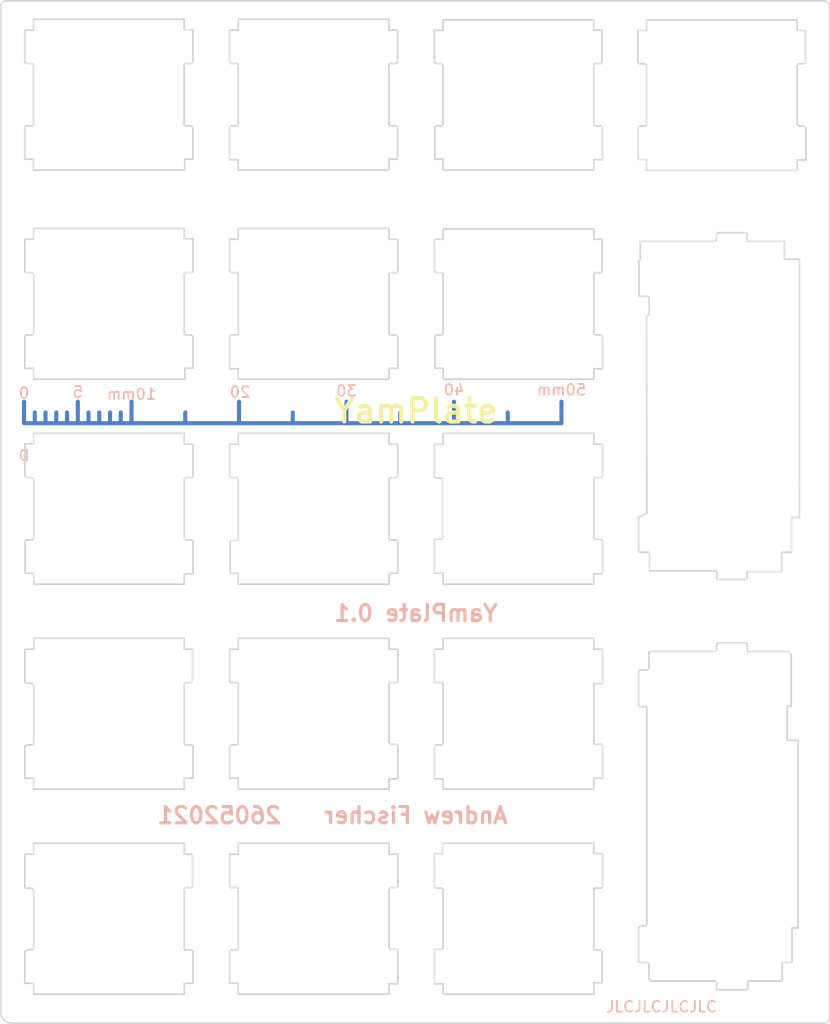
<source format=kicad_pcb>
(kicad_pcb (version 20171130) (host pcbnew "(5.1.9)-1")

  (general
    (thickness 1.6)
    (drawings 579)
    (tracks 0)
    (zones 0)
    (modules 1)
    (nets 1)
  )

  (page A4)
  (layers
    (0 Top signal)
    (31 Bottom signal)
    (32 B.Adhes user)
    (33 F.Adhes user)
    (34 B.Paste user)
    (35 F.Paste user)
    (36 B.SilkS user)
    (37 F.SilkS user)
    (38 B.Mask user hide)
    (39 F.Mask user hide)
    (40 Dwgs.User user hide)
    (41 Cmts.User user)
    (42 Eco1.User user hide)
    (43 Eco2.User user hide)
    (44 Edge.Cuts user)
    (45 Margin user hide)
    (46 B.CrtYd user hide)
    (47 F.CrtYd user hide)
    (48 B.Fab user hide)
    (49 F.Fab user hide)
  )

  (setup
    (last_trace_width 0.254)
    (user_trace_width 0.2032)
    (user_trace_width 0.254)
    (user_trace_width 0.3048)
    (user_trace_width 0.4064)
    (user_trace_width 0.508)
    (trace_clearance 0.2032)
    (zone_clearance 0.508)
    (zone_45_only no)
    (trace_min 0.254)
    (via_size 0.8)
    (via_drill 0.4)
    (via_min_size 0.4)
    (via_min_drill 0.3)
    (uvia_size 0.3)
    (uvia_drill 0.1)
    (uvias_allowed no)
    (uvia_min_size 0.2)
    (uvia_min_drill 0.1)
    (edge_width 0.15)
    (segment_width 0.2)
    (pcb_text_width 0.3)
    (pcb_text_size 1.5 1.5)
    (mod_edge_width 0.15)
    (mod_text_size 1 1)
    (mod_text_width 0.17)
    (pad_size 1.152 1.152)
    (pad_drill 1.152)
    (pad_to_mask_clearance 0)
    (aux_axis_origin 0 0)
    (visible_elements 7FFFF7FF)
    (pcbplotparams
      (layerselection 0x01030_ffffffff)
      (usegerberextensions true)
      (usegerberattributes false)
      (usegerberadvancedattributes false)
      (creategerberjobfile false)
      (excludeedgelayer true)
      (linewidth 0.150000)
      (plotframeref false)
      (viasonmask false)
      (mode 1)
      (useauxorigin false)
      (hpglpennumber 1)
      (hpglpenspeed 20)
      (hpglpendiameter 15.000000)
      (psnegative false)
      (psa4output false)
      (plotreference true)
      (plotvalue true)
      (plotinvisibletext false)
      (padsonsilk false)
      (subtractmaskfromsilk true)
      (outputformat 1)
      (mirror false)
      (drillshape 0)
      (scaleselection 1)
      (outputdirectory "./Gerbers"))
  )

  (net 0 "")

  (net_class Default "This is the default net class."
    (clearance 0.2032)
    (trace_width 0.254)
    (via_dia 0.8)
    (via_drill 0.4)
    (uvia_dia 0.3)
    (uvia_drill 0.1)
  )

  (module Calibration_Scale:Gauge_50mm_Type1_CopperTop (layer Bottom) (tedit 0) (tstamp 609A42FF)
    (at 101.219 97.155)
    (descr "Gauge, Massstab, 50mm, CopperTop, Type 1,")
    (tags "Gauge Massstab 50mm CopperTop Type 1")
    (attr virtual)
    (fp_text reference D (at 0 2.99974) (layer B.SilkS)
      (effects (font (size 1 1) (thickness 0.15)) (justify mirror))
    )
    (fp_text value R (at 24.00046 -6.4008) (layer B.Fab)
      (effects (font (size 1 1) (thickness 0.15)) (justify mirror))
    )
    (fp_line (start 9.99998 0) (end 49.9999 0) (layer Bottom) (width 0.381))
    (fp_line (start 49.9999 0) (end 49.9999 -1.99898) (layer Bottom) (width 0.381))
    (fp_line (start 45.00118 0) (end 45.00118 -1.00076) (layer Bottom) (width 0.381))
    (fp_line (start 39.99992 0) (end 39.99992 -1.99898) (layer Bottom) (width 0.381))
    (fp_line (start 35.0012 0) (end 35.0012 -1.00076) (layer Bottom) (width 0.381))
    (fp_line (start 29.99994 0) (end 29.99994 -1.99898) (layer Bottom) (width 0.381))
    (fp_line (start 25.00122 0) (end 25.00122 -1.00076) (layer Bottom) (width 0.381))
    (fp_line (start 19.99996 0) (end 19.99996 -1.99898) (layer Bottom) (width 0.381))
    (fp_line (start 15.00124 0) (end 15.00124 -1.00076) (layer Bottom) (width 0.381))
    (fp_line (start 8.99922 0) (end 8.99922 -1.00076) (layer Bottom) (width 0.381))
    (fp_line (start 8.001 0) (end 8.001 -1.00076) (layer Bottom) (width 0.381))
    (fp_line (start 7.00024 0) (end 7.00024 -1.00076) (layer Bottom) (width 0.381))
    (fp_line (start 5.99948 0) (end 5.99948 -1.00076) (layer Bottom) (width 0.381))
    (fp_line (start 4.0005 0) (end 4.0005 -1.00076) (layer Bottom) (width 0.381))
    (fp_line (start 2.99974 0) (end 2.99974 -1.00076) (layer Bottom) (width 0.381))
    (fp_line (start 1.99898 0) (end 1.99898 -1.00076) (layer Bottom) (width 0.381))
    (fp_line (start 1.00076 0) (end 1.00076 -1.00076) (layer Bottom) (width 0.381))
    (fp_line (start 5.00126 0) (end 5.00126 -1.99898) (layer Bottom) (width 0.381))
    (fp_line (start 0 0) (end 0 -1.99898) (layer Bottom) (width 0.381))
    (fp_line (start 0 0) (end 9.99998 0) (layer Bottom) (width 0.381))
    (fp_line (start 9.99998 0) (end 9.99998 -1.99898) (layer Bottom) (width 0.381))
    (fp_text user 10mm (at 9.99998 -2.70002) (layer B.SilkS)
      (effects (font (size 1 1) (thickness 0.1524)) (justify mirror))
    )
    (fp_text user 0 (at 0 -2.79908) (layer B.SilkS)
      (effects (font (size 1 1) (thickness 0.1524)) (justify mirror))
    )
    (fp_text user 5 (at 4.99872 -2.90068) (layer B.SilkS)
      (effects (font (size 1 1) (thickness 0.1524)) (justify mirror))
    )
    (fp_text user 20 (at 20.09902 -2.90068) (layer B.SilkS)
      (effects (font (size 1 1) (thickness 0.1524)) (justify mirror))
    )
    (fp_text user 30 (at 29.99994 -2.99974) (layer B.SilkS)
      (effects (font (size 1 1) (thickness 0.1524)) (justify mirror))
    )
    (fp_text user 40 (at 39.99992 -3.10134) (layer B.SilkS)
      (effects (font (size 1 1) (thickness 0.1524)) (justify mirror))
    )
    (fp_text user 50mm (at 49.9999 -3.10134) (layer B.SilkS)
      (effects (font (size 1 1) (thickness 0.1524)) (justify mirror))
    )
    (fp_text user %R (at 0 2.99974) (layer B.Fab) hide
      (effects (font (size 1 1) (thickness 0.1524)) (justify mirror))
    )
  )

  (gr_line (start 121.158 150.2156) (end 135.1788 150.2156) (layer Edge.Cuts) (width 0.15) (tstamp 60AEAC07))
  (gr_line (start 135.1788 150.2156) (end 135.1788 149.2504) (layer Edge.Cuts) (width 0.15) (tstamp 60AEABFB))
  (gr_line (start 135.1788 149.2504) (end 135.9916 149.2504) (layer Edge.Cuts) (width 0.15) (tstamp 60AEAC04))
  (gr_line (start 116.2304 140.3096) (end 116.7892 140.3096) (layer Edge.Cuts) (width 0.15) (tstamp 60AEABFE))
  (gr_line (start 116.9416 146.2024) (end 116.7892 146.1008) (layer Edge.Cuts) (width 0.15) (tstamp 60AEAC01))
  (gr_line (start 116.8908 140.208) (end 116.8908 137.2108) (layer Edge.Cuts) (width 0.15) (tstamp 60AEAB74))
  (gr_line (start 101.2952 140.208) (end 101.346 140.3604) (layer Edge.Cuts) (width 0.15) (tstamp 60AEAB5F))
  (gr_line (start 116.1288 145.9992) (end 116.1288 140.4112) (layer Edge.Cuts) (width 0.15) (tstamp 60AEAB77))
  (gr_line (start 116.8908 137.2108) (end 116.1288 137.2108) (layer Edge.Cuts) (width 0.15) (tstamp 60AEAB7D))
  (gr_line (start 102.0572 140.5128) (end 102.108 140.5636) (layer Edge.Cuts) (width 0.15) (tstamp 60AEAB7A))
  (gr_line (start 101.2952 146.2532) (end 101.2952 149.1996) (layer Edge.Cuts) (width 0.15) (tstamp 60AEAB65))
  (gr_line (start 116.1288 150.2156) (end 116.1288 149.1996) (layer Edge.Cuts) (width 0.15) (tstamp 60AEAB62))
  (gr_line (start 101.346 140.3604) (end 101.9556 140.3604) (layer Edge.Cuts) (width 0.15) (tstamp 60AEAB68))
  (gr_line (start 116.1288 140.4112) (end 116.2304 140.3096) (layer Edge.Cuts) (width 0.15) (tstamp 60AEAB6B))
  (gr_line (start 101.9556 140.3604) (end 102.0572 140.5128) (layer Edge.Cuts) (width 0.15) (tstamp 60AEAB6E))
  (gr_line (start 101.2952 149.1996) (end 102.108 149.1996) (layer Edge.Cuts) (width 0.15) (tstamp 60AEAB71))
  (gr_line (start 102.0064 146.1008) (end 101.4476 146.1008) (layer Edge.Cuts) (width 0.15) (tstamp 60AEABB9))
  (gr_line (start 102.108 149.1996) (end 102.108 150.2156) (layer Edge.Cuts) (width 0.15) (tstamp 60AEABBC))
  (gr_line (start 116.7892 146.1008) (end 116.1796 146.1008) (layer Edge.Cuts) (width 0.15) (tstamp 60AEABA1))
  (gr_line (start 116.7892 140.3096) (end 116.8908 140.208) (layer Edge.Cuts) (width 0.15) (tstamp 60AEABB0))
  (gr_line (start 116.1288 137.2108) (end 116.1288 136.1948) (layer Edge.Cuts) (width 0.15) (tstamp 60AEABA4))
  (gr_line (start 102.108 140.5636) (end 102.108 145.9992) (layer Edge.Cuts) (width 0.15) (tstamp 60AEABBF))
  (gr_line (start 116.1796 146.1008) (end 116.1288 145.9992) (layer Edge.Cuts) (width 0.15) (tstamp 60AEABA7))
  (gr_line (start 102.108 145.9992) (end 102.0064 146.1008) (layer Edge.Cuts) (width 0.15) (tstamp 60AEABB3))
  (gr_line (start 101.4476 146.1008) (end 101.2952 146.2532) (layer Edge.Cuts) (width 0.15) (tstamp 60AEABB6))
  (gr_line (start 102.108 150.2156) (end 116.1288 150.2156) (layer Edge.Cuts) (width 0.15) (tstamp 60AEABAA))
  (gr_line (start 116.1288 149.1996) (end 116.9416 149.1996) (layer Edge.Cuts) (width 0.15) (tstamp 60AEABAD))
  (gr_line (start 116.9416 149.1996) (end 116.9416 146.2024) (layer Edge.Cuts) (width 0.15) (tstamp 60AEAB80))
  (gr_line (start 135.1788 136.1948) (end 121.158 136.1948) (layer Edge.Cuts) (width 0.15) (tstamp 60AEAB83))
  (gr_line (start 121.158 149.1996) (end 121.158 150.2156) (layer Edge.Cuts) (width 0.15) (tstamp 60AEAB9B))
  (gr_line (start 121.1072 140.3096) (end 121.158 140.4112) (layer Edge.Cuts) (width 0.15) (tstamp 60AEAB8C))
  (gr_line (start 121.158 145.9992) (end 121.0564 146.1008) (layer Edge.Cuts) (width 0.15) (tstamp 60AEAB86))
  (gr_line (start 120.4976 146.1008) (end 120.3452 146.2532) (layer Edge.Cuts) (width 0.15) (tstamp 60AEAB9E))
  (gr_line (start 120.3452 149.1996) (end 121.158 149.1996) (layer Edge.Cuts) (width 0.15) (tstamp 60AEAB89))
  (gr_line (start 135.1788 145.8976) (end 135.1788 140.4112) (layer Edge.Cuts) (width 0.15) (tstamp 60AEAB8F))
  (gr_line (start 120.3452 140.208) (end 120.4468 140.3096) (layer Edge.Cuts) (width 0.15) (tstamp 60AEAB92))
  (gr_line (start 135.9916 140.208) (end 135.9916 137.2108) (layer Edge.Cuts) (width 0.15) (tstamp 60AEAB95))
  (gr_line (start 135.2804 140.3096) (end 135.89 140.3096) (layer Edge.Cuts) (width 0.15) (tstamp 60AEAB98))
  (gr_line (start 135.3312 146.05) (end 135.1788 145.8976) (layer Edge.Cuts) (width 0.15) (tstamp 60AEABF8))
  (gr_line (start 135.1788 140.4112) (end 135.2804 140.3096) (layer Edge.Cuts) (width 0.15) (tstamp 60AEABDA))
  (gr_line (start 121.158 137.2108) (end 120.3452 137.2108) (layer Edge.Cuts) (width 0.15) (tstamp 60AEABE3))
  (gr_line (start 135.9916 146.2024) (end 135.89 146.05) (layer Edge.Cuts) (width 0.15) (tstamp 60AEABE9))
  (gr_line (start 135.89 146.05) (end 135.3312 146.05) (layer Edge.Cuts) (width 0.15) (tstamp 60AEABDD))
  (gr_line (start 135.89 140.3096) (end 135.9916 140.208) (layer Edge.Cuts) (width 0.15) (tstamp 60AEABEC))
  (gr_line (start 120.4468 140.3096) (end 121.1072 140.3096) (layer Edge.Cuts) (width 0.15) (tstamp 60AEABEF))
  (gr_line (start 121.158 136.1948) (end 121.158 137.2108) (layer Edge.Cuts) (width 0.15) (tstamp 60AEABE6))
  (gr_line (start 120.3452 146.2532) (end 120.3452 149.1996) (layer Edge.Cuts) (width 0.15) (tstamp 60AEABF2))
  (gr_line (start 121.158 140.4112) (end 121.158 145.9992) (layer Edge.Cuts) (width 0.15) (tstamp 60AEABF5))
  (gr_line (start 135.9916 137.2108) (end 135.1788 137.2108) (layer Edge.Cuts) (width 0.15) (tstamp 60AEABE0))
  (gr_line (start 135.9916 149.2504) (end 135.9916 146.2024) (layer Edge.Cuts) (width 0.15) (tstamp 60AEABD1))
  (gr_line (start 121.0564 146.1008) (end 120.4976 146.1008) (layer Edge.Cuts) (width 0.15) (tstamp 60AEABC2))
  (gr_line (start 135.1788 137.2108) (end 135.1788 136.1948) (layer Edge.Cuts) (width 0.15) (tstamp 60AEABC5))
  (gr_line (start 120.3452 137.2108) (end 120.3452 140.208) (layer Edge.Cuts) (width 0.15) (tstamp 60AEABCB))
  (gr_line (start 101.2952 137.2108) (end 101.2952 140.208) (layer Edge.Cuts) (width 0.15) (tstamp 60AEABC8))
  (gr_line (start 116.1288 136.1948) (end 102.108 136.1948) (layer Edge.Cuts) (width 0.15) (tstamp 60AEABD7))
  (gr_line (start 102.108 136.1948) (end 102.108 137.2108) (layer Edge.Cuts) (width 0.15) (tstamp 60AEABCE))
  (gr_line (start 102.108 137.2108) (end 101.2952 137.2108) (layer Edge.Cuts) (width 0.15) (tstamp 60AEABD4))
  (gr_line (start 158.4706 63.754) (end 158.9786 63.754) (layer Edge.Cuts) (width 0.15) (tstamp 60AEA9AC))
  (gr_line (start 158.3182 60.6552) (end 158.3182 63.6016) (layer Edge.Cuts) (width 0.15) (tstamp 60AEA9AB))
  (gr_line (start 173.9646 69.6976) (end 173.8122 69.5452) (layer Edge.Cuts) (width 0.15) (tstamp 60AEA9AA))
  (gr_line (start 173.1518 60.6552) (end 173.1518 59.69) (layer Edge.Cuts) (width 0.15) (tstamp 60AEA9A9))
  (gr_line (start 173.8122 69.5452) (end 173.3042 69.5452) (layer Edge.Cuts) (width 0.15) (tstamp 60AEA9A8))
  (gr_line (start 159.131 72.644) (end 159.131 73.66) (layer Edge.Cuts) (width 0.15) (tstamp 60AEA9A7))
  (gr_line (start 173.1518 63.9064) (end 173.2534 63.754) (layer Edge.Cuts) (width 0.15) (tstamp 60AEA9A6))
  (gr_line (start 173.1518 69.4436) (end 173.1518 63.9064) (layer Edge.Cuts) (width 0.15) (tstamp 60AEA9A5))
  (gr_line (start 159.131 60.6552) (end 158.3182 60.6552) (layer Edge.Cuts) (width 0.15) (tstamp 60AEA9A4))
  (gr_line (start 159.131 63.8556) (end 159.131 69.4436) (layer Edge.Cuts) (width 0.15) (tstamp 60AEA9A3))
  (gr_line (start 173.1518 73.66) (end 173.1518 72.6948) (layer Edge.Cuts) (width 0.15) (tstamp 60AEA9A2))
  (gr_line (start 173.9138 63.6524) (end 173.9138 60.6552) (layer Edge.Cuts) (width 0.15) (tstamp 60AEA9A1))
  (gr_line (start 173.9646 72.6948) (end 173.9646 69.6976) (layer Edge.Cuts) (width 0.15) (tstamp 60AEA9A0))
  (gr_line (start 158.369 72.644) (end 159.131 72.644) (layer Edge.Cuts) (width 0.15) (tstamp 60AEA99F))
  (gr_line (start 159.131 69.4436) (end 159.0294 69.5452) (layer Edge.Cuts) (width 0.15) (tstamp 60AEA99E))
  (gr_line (start 173.3042 69.5452) (end 173.1518 69.4436) (layer Edge.Cuts) (width 0.15) (tstamp 60AEA99D))
  (gr_line (start 173.8122 63.754) (end 173.9138 63.6524) (layer Edge.Cuts) (width 0.15) (tstamp 60AEA99C))
  (gr_line (start 173.9138 60.6552) (end 173.1518 60.6552) (layer Edge.Cuts) (width 0.15) (tstamp 60AEA99B))
  (gr_line (start 173.1518 72.6948) (end 173.9646 72.6948) (layer Edge.Cuts) (width 0.15) (tstamp 60AEA99A))
  (gr_line (start 158.4706 69.5452) (end 158.369 69.6468) (layer Edge.Cuts) (width 0.15) (tstamp 60AEA999))
  (gr_line (start 173.1518 73.66) (end 159.131 73.66) (layer Edge.Cuts) (width 0.15) (tstamp 60AEA998))
  (gr_line (start 158.9786 63.754) (end 159.131 63.8556) (layer Edge.Cuts) (width 0.15) (tstamp 60AEA997))
  (gr_line (start 173.2534 63.754) (end 173.8122 63.754) (layer Edge.Cuts) (width 0.15) (tstamp 60AEA996))
  (gr_line (start 159.0294 69.5452) (end 158.4706 69.5452) (layer Edge.Cuts) (width 0.15) (tstamp 60AEA995))
  (gr_line (start 159.131 59.69) (end 159.131 60.6552) (layer Edge.Cuts) (width 0.15) (tstamp 60AEA994))
  (gr_line (start 173.1518 59.69) (end 159.131 59.69) (layer Edge.Cuts) (width 0.15) (tstamp 60AEA993))
  (gr_line (start 158.369 69.6468) (end 158.369 72.644) (layer Edge.Cuts) (width 0.15) (tstamp 60AEA992))
  (gr_line (start 158.3182 63.6016) (end 158.4706 63.754) (layer Edge.Cuts) (width 0.15) (tstamp 60AEA991))
  (gr_line (start 172.212 123.444) (end 172.593 123.444) (layer Edge.Cuts) (width 0.15) (tstamp 60ADE0EA))
  (gr_line (start 172.212 126.5936) (end 172.212 123.444) (layer Edge.Cuts) (width 0.15))
  (gr_line (start 135.2704 63.7296) (end 135.1688 63.8312) (layer Edge.Cuts) (width 0.15) (tstamp 60ADDE69))
  (gr_line (start 135.1688 59.6148) (end 135.1688 60.6308) (layer Edge.Cuts) (width 0.15) (tstamp 60ADDE68))
  (gr_line (start 120.4876 63.7296) (end 120.3352 63.5772) (layer Edge.Cuts) (width 0.15) (tstamp 60ADDE67))
  (gr_line (start 120.3352 63.5772) (end 120.3352 60.6308) (layer Edge.Cuts) (width 0.15) (tstamp 60ADDE66))
  (gr_line (start 121.148 60.6308) (end 121.148 59.6148) (layer Edge.Cuts) (width 0.15) (tstamp 60ADDE65))
  (gr_line (start 135.1688 60.6308) (end 135.9816 60.6308) (layer Edge.Cuts) (width 0.15) (tstamp 60ADDE64))
  (gr_line (start 121.148 59.6148) (end 135.1688 59.6148) (layer Edge.Cuts) (width 0.15) (tstamp 60ADDE63))
  (gr_line (start 135.9816 60.6308) (end 135.9816 63.5772) (layer Edge.Cuts) (width 0.15) (tstamp 60ADDE62))
  (gr_line (start 135.9816 63.5772) (end 135.8292 63.7296) (layer Edge.Cuts) (width 0.15) (tstamp 60ADDE61))
  (gr_line (start 135.9816 72.6196) (end 135.1688 72.6196) (layer Edge.Cuts) (width 0.15) (tstamp 60ADDE60))
  (gr_line (start 135.1688 63.8312) (end 135.1688 69.4192) (layer Edge.Cuts) (width 0.15) (tstamp 60ADDE5F))
  (gr_line (start 135.8292 69.5208) (end 135.9816 69.6732) (layer Edge.Cuts) (width 0.15) (tstamp 60ADDE5E))
  (gr_line (start 116.1188 73.6356) (end 102.098 73.6356) (layer Edge.Cuts) (width 0.15) (tstamp 60ADDE5D))
  (gr_line (start 135.1688 69.4192) (end 135.2704 69.5208) (layer Edge.Cuts) (width 0.15) (tstamp 60ADDE5C))
  (gr_line (start 135.1688 72.6196) (end 135.1688 73.6356) (layer Edge.Cuts) (width 0.15) (tstamp 60ADDE5B))
  (gr_line (start 135.9816 69.6732) (end 135.9816 72.6196) (layer Edge.Cuts) (width 0.15) (tstamp 60ADDE5A))
  (gr_line (start 102.098 73.6356) (end 102.098 72.6196) (layer Edge.Cuts) (width 0.15) (tstamp 60ADDE59))
  (gr_line (start 135.8292 63.7296) (end 135.2704 63.7296) (layer Edge.Cuts) (width 0.15) (tstamp 60ADDE58))
  (gr_line (start 120.3352 60.6308) (end 121.148 60.6308) (layer Edge.Cuts) (width 0.15) (tstamp 60ADDE57))
  (gr_line (start 121.148 69.4192) (end 121.148 63.8312) (layer Edge.Cuts) (width 0.15) (tstamp 60ADDE56))
  (gr_line (start 135.2704 69.5208) (end 135.8292 69.5208) (layer Edge.Cuts) (width 0.15) (tstamp 60ADDE55))
  (gr_line (start 121.148 63.8312) (end 121.0464 63.7296) (layer Edge.Cuts) (width 0.15) (tstamp 60ADDE54))
  (gr_line (start 121.0464 63.7296) (end 120.4876 63.7296) (layer Edge.Cuts) (width 0.15) (tstamp 60ADDE53))
  (gr_line (start 116.7792 63.7296) (end 116.2204 63.7296) (layer Edge.Cuts) (width 0.15) (tstamp 60ADDE52))
  (gr_line (start 116.1188 60.58) (end 116.9316 60.58) (layer Edge.Cuts) (width 0.15) (tstamp 60ADDE51))
  (gr_line (start 116.9316 63.628) (end 116.7792 63.7296) (layer Edge.Cuts) (width 0.15) (tstamp 60ADDE50))
  (gr_line (start 102.098 69.4192) (end 102.098 63.882) (layer Edge.Cuts) (width 0.15) (tstamp 60ADDE4F))
  (gr_line (start 116.1188 69.4192) (end 116.2204 69.5208) (layer Edge.Cuts) (width 0.15) (tstamp 60ADDE4E))
  (gr_line (start 116.1188 59.6148) (end 116.1188 60.58) (layer Edge.Cuts) (width 0.15) (tstamp 60ADDE4D))
  (gr_line (start 101.9964 63.7296) (end 101.4376 63.7296) (layer Edge.Cuts) (width 0.15) (tstamp 60ADDE4C))
  (gr_line (start 116.7792 69.5208) (end 116.8808 69.6224) (layer Edge.Cuts) (width 0.15) (tstamp 60ADDE4B))
  (gr_line (start 116.2204 63.7296) (end 116.1188 63.8312) (layer Edge.Cuts) (width 0.15) (tstamp 60ADDE4A))
  (gr_line (start 116.9316 60.58) (end 116.9316 63.628) (layer Edge.Cuts) (width 0.15) (tstamp 60ADDE49))
  (gr_line (start 116.2204 69.5208) (end 116.7792 69.5208) (layer Edge.Cuts) (width 0.15) (tstamp 60ADDE48))
  (gr_line (start 102.098 59.6148) (end 116.1188 59.6148) (layer Edge.Cuts) (width 0.15) (tstamp 60ADDE47))
  (gr_line (start 102.098 72.6196) (end 101.2852 72.6196) (layer Edge.Cuts) (width 0.15) (tstamp 60ADDE46))
  (gr_line (start 102.098 60.6308) (end 102.098 59.6148) (layer Edge.Cuts) (width 0.15) (tstamp 60ADDE45))
  (gr_line (start 101.2852 63.628) (end 101.2852 60.6308) (layer Edge.Cuts) (width 0.15) (tstamp 60ADDE44))
  (gr_line (start 116.1188 63.8312) (end 116.1188 69.4192) (layer Edge.Cuts) (width 0.15) (tstamp 60ADDE43))
  (gr_line (start 101.2852 72.6196) (end 101.2852 69.6732) (layer Edge.Cuts) (width 0.15) (tstamp 60ADDE42))
  (gr_line (start 101.2852 69.6732) (end 101.3868 69.5208) (layer Edge.Cuts) (width 0.15) (tstamp 60ADDE41))
  (gr_line (start 101.3868 69.5208) (end 101.9964 69.5208) (layer Edge.Cuts) (width 0.15) (tstamp 60ADDE40))
  (gr_line (start 101.9964 69.5208) (end 102.098 69.4192) (layer Edge.Cuts) (width 0.15) (tstamp 60ADDE3F))
  (gr_line (start 102.098 63.882) (end 101.9964 63.7296) (layer Edge.Cuts) (width 0.15) (tstamp 60ADDE3E))
  (gr_line (start 101.4376 63.7296) (end 101.2852 63.628) (layer Edge.Cuts) (width 0.15) (tstamp 60ADDE3D))
  (gr_line (start 101.2852 60.6308) (end 102.098 60.6308) (layer Edge.Cuts) (width 0.15) (tstamp 60ADDE3C))
  (gr_line (start 155.0316 72.6704) (end 155.0316 69.6732) (layer Edge.Cuts) (width 0.15) (tstamp 60ADDE3B))
  (gr_line (start 154.9808 60.6308) (end 154.2188 60.6308) (layer Edge.Cuts) (width 0.15) (tstamp 60ADDE3A))
  (gr_line (start 155.0316 69.6732) (end 154.8792 69.5208) (layer Edge.Cuts) (width 0.15) (tstamp 60ADDE39))
  (gr_line (start 154.3204 63.7296) (end 154.8792 63.7296) (layer Edge.Cuts) (width 0.15) (tstamp 60ADDE38))
  (gr_line (start 154.2188 69.4192) (end 154.2188 63.882) (layer Edge.Cuts) (width 0.15) (tstamp 60ADDE37))
  (gr_line (start 154.8792 63.7296) (end 154.9808 63.628) (layer Edge.Cuts) (width 0.15) (tstamp 60ADDE36))
  (gr_line (start 154.8792 69.5208) (end 154.3712 69.5208) (layer Edge.Cuts) (width 0.15) (tstamp 60ADDE35))
  (gr_line (start 154.9808 63.628) (end 154.9808 60.6308) (layer Edge.Cuts) (width 0.15) (tstamp 60ADDE34))
  (gr_line (start 154.2188 63.882) (end 154.3204 63.7296) (layer Edge.Cuts) (width 0.15) (tstamp 60ADDE33))
  (gr_line (start 154.2188 73.6356) (end 154.2188 72.6704) (layer Edge.Cuts) (width 0.15) (tstamp 60ADDE32))
  (gr_line (start 154.2188 72.6704) (end 155.0316 72.6704) (layer Edge.Cuts) (width 0.15) (tstamp 60ADDE31))
  (gr_line (start 154.3712 69.5208) (end 154.2188 69.4192) (layer Edge.Cuts) (width 0.15) (tstamp 60ADDE30))
  (gr_line (start 140.0964 69.5208) (end 139.5376 69.5208) (layer Edge.Cuts) (width 0.15) (tstamp 60ADDE2F))
  (gr_line (start 140.198 69.4192) (end 140.0964 69.5208) (layer Edge.Cuts) (width 0.15) (tstamp 60ADDE2E))
  (gr_line (start 139.436 72.6196) (end 140.198 72.6196) (layer Edge.Cuts) (width 0.15) (tstamp 60ADDE2D))
  (gr_line (start 140.198 72.6196) (end 140.198 73.6356) (layer Edge.Cuts) (width 0.15) (tstamp 60ADDE2C))
  (gr_line (start 121.148 73.6356) (end 121.148 72.6704) (layer Edge.Cuts) (width 0.15) (tstamp 60ADDE2B))
  (gr_line (start 120.3352 72.6704) (end 120.3352 69.6732) (layer Edge.Cuts) (width 0.15) (tstamp 60ADDE2A))
  (gr_line (start 120.3352 69.6732) (end 120.4876 69.5208) (layer Edge.Cuts) (width 0.15) (tstamp 60ADDE29))
  (gr_line (start 121.0464 69.5208) (end 121.148 69.4192) (layer Edge.Cuts) (width 0.15) (tstamp 60ADDE28))
  (gr_line (start 154.2188 60.6308) (end 154.2188 59.6656) (layer Edge.Cuts) (width 0.15) (tstamp 60ADDE27))
  (gr_line (start 121.148 72.6704) (end 120.3352 72.6704) (layer Edge.Cuts) (width 0.15) (tstamp 60ADDE26))
  (gr_line (start 154.2188 59.6656) (end 140.198 59.6656) (layer Edge.Cuts) (width 0.15) (tstamp 60ADDE25))
  (gr_line (start 140.198 59.6656) (end 140.198 60.6308) (layer Edge.Cuts) (width 0.15) (tstamp 60ADDE24))
  (gr_line (start 140.198 63.8312) (end 140.198 69.4192) (layer Edge.Cuts) (width 0.15) (tstamp 60ADDE23))
  (gr_line (start 120.4876 69.5208) (end 121.0464 69.5208) (layer Edge.Cuts) (width 0.15) (tstamp 60ADDE22))
  (gr_line (start 140.198 60.6308) (end 139.3852 60.6308) (layer Edge.Cuts) (width 0.15) (tstamp 60ADDE21))
  (gr_line (start 139.3852 60.6308) (end 139.3852 63.5772) (layer Edge.Cuts) (width 0.15) (tstamp 60ADDE20))
  (gr_line (start 139.3852 63.5772) (end 139.5376 63.7296) (layer Edge.Cuts) (width 0.15) (tstamp 60ADDE1F))
  (gr_line (start 135.1688 73.6356) (end 121.148 73.6356) (layer Edge.Cuts) (width 0.15) (tstamp 60ADDE1E))
  (gr_line (start 140.0456 63.7296) (end 140.198 63.8312) (layer Edge.Cuts) (width 0.15) (tstamp 60ADDE1D))
  (gr_line (start 139.436 69.6224) (end 139.436 72.6196) (layer Edge.Cuts) (width 0.15) (tstamp 60ADDE1C))
  (gr_line (start 154.2188 73.6356) (end 140.198 73.6356) (layer Edge.Cuts) (width 0.15) (tstamp 60ADDE1B))
  (gr_line (start 139.5376 69.5208) (end 139.436 69.6224) (layer Edge.Cuts) (width 0.15) (tstamp 60ADDE1A))
  (gr_line (start 139.5376 63.7296) (end 140.0456 63.7296) (layer Edge.Cuts) (width 0.15) (tstamp 60ADDE19))
  (gr_line (start 116.9316 72.6196) (end 116.1696 72.6196) (layer Edge.Cuts) (width 0.15) (tstamp 60ADDE18))
  (gr_line (start 116.1696 72.6196) (end 116.1696 73.6356) (layer Edge.Cuts) (width 0.15) (tstamp 60ADDE17))
  (gr_line (start 116.1696 73.6356) (end 116.1188 73.6356) (layer Edge.Cuts) (width 0.15) (tstamp 60ADDE16))
  (gr_line (start 116.8808 69.6224) (end 116.9316 69.6732) (layer Edge.Cuts) (width 0.15) (tstamp 60ADDE15))
  (gr_line (start 116.9316 69.6732) (end 116.9316 72.6196) (layer Edge.Cuts) (width 0.15) (tstamp 60ADDE14))
  (gr_line (start 155.0416 121.3612) (end 155.0416 121.158) (layer Edge.Cuts) (width 0.15) (tstamp 609A47DD))
  (gr_line (start 154.2288 121.3612) (end 155.0416 121.3612) (layer Edge.Cuts) (width 0.15))
  (gr_line (start 172.339 118.364) (end 171.5516 118.364) (layer Edge.Cuts) (width 0.15) (tstamp 609A474D))
  (gr_line (start 172.593 118.618) (end 172.339 118.364) (layer Edge.Cuts) (width 0.15))
  (gr_line (start 172.593 120.015) (end 172.593 118.618) (layer Edge.Cuts) (width 0.15))
  (gr_line (start 172.593 123.444) (end 172.593 120.015) (layer Edge.Cuts) (width 0.15))
  (gr_line (start 173.228 126.619) (end 172.212 126.619) (layer Edge.Cuts) (width 0.15))
  (gr_line (start 173.228 144.0688) (end 173.228 126.619) (layer Edge.Cuts) (width 0.15))
  (gr_line (start 159.1564 123.4948) (end 158.496 123.4948) (layer Edge.Cuts) (width 0.15) (tstamp 609A468C))
  (gr_line (start 159.1564 126.6952) (end 159.1564 123.4948) (layer Edge.Cuts) (width 0.15))
  (gr_line (start 171.958 80.264) (end 171.6278 80.264) (layer Edge.Cuts) (width 0.15) (tstamp 609A4574))
  (gr_line (start 172.6184 105.918) (end 173.355 105.918) (layer Edge.Cuts) (width 0.15) (tstamp 609A455A))
  (gr_line (start 172.6184 105.918) (end 172.6184 109.0676) (layer Edge.Cuts) (width 0.15))
  (gr_line (start 173.355 102.87) (end 173.355 105.918) (layer Edge.Cuts) (width 0.15))
  (gr_line (start 171.958 81.915) (end 171.958 80.264) (layer Edge.Cuts) (width 0.15))
  (gr_line (start 172.72 81.915) (end 171.958 81.915) (layer Edge.Cuts) (width 0.15))
  (gr_line (start 173.355 81.915) (end 173.355 102.87) (layer Edge.Cuts) (width 0.15))
  (gr_line (start 172.72 81.915) (end 173.355 81.915) (layer Edge.Cuts) (width 0.15))
  (gr_line (start 158.5468 80.264) (end 165.5064 80.264) (layer Edge.Cuts) (width 0.15) (tstamp 609A4450))
  (gr_line (start 158.5468 80.264) (end 158.5468 80.3656) (layer Edge.Cuts) (width 0.15) (tstamp 609A4445))
  (gr_line (start 158.5468 81.9404) (end 158.5468 80.3656) (layer Edge.Cuts) (width 0.15))
  (gr_line (start 158.5214 81.9912) (end 158.5468 81.9404) (layer Edge.Cuts) (width 0.15))
  (gr_line (start 171.704 110.9472) (end 171.704 110.7948) (layer Edge.Cuts) (width 0.15) (tstamp 609A4435))
  (gr_line (start 168.4782 110.9472) (end 171.704 110.9472) (layer Edge.Cuts) (width 0.15))
  (gr_line (start 165.6842 111.0234) (end 165.5826 110.871) (layer Edge.Cuts) (width 0.15) (tstamp 609A4429))
  (gr_line (start 159.1564 105.5624) (end 158.3944 105.8672) (layer Edge.Cuts) (width 0.15) (tstamp 609A3EBA))
  (gr_line (start 100.076 152.908) (end 100.0388 152.905575) (layer Edge.Cuts) (width 0.15) (tstamp 609A4410))
  (gr_line (start 159.131 87.249) (end 159.385 86.995) (layer Edge.Cuts) (width 0.15) (tstamp 609A403B))
  (gr_line (start 159.131 88.6206) (end 159.131 87.249) (layer Edge.Cuts) (width 0.15))
  (gr_line (start 159.1564 102.489) (end 159.1564 105.5624) (layer Edge.Cuts) (width 0.15))
  (gr_line (start 172.6692 144.0688) (end 172.6692 144.1196) (layer Edge.Cuts) (width 0.15) (tstamp 609A3E3C))
  (gr_line (start 173.228 144.0688) (end 172.6692 144.0688) (layer Edge.Cuts) (width 0.15))
  (gr_line (start 158.6484 143.8656) (end 158.5468 143.9164) (layer Edge.Cuts) (width 0.15) (tstamp 609A3DFF))
  (gr_line (start 159.1564 143.8656) (end 158.6484 143.8656) (layer Edge.Cuts) (width 0.15))
  (gr_line (start 159.1564 140.5636) (end 159.1564 143.8656) (layer Edge.Cuts) (width 0.15))
  (gr_text JLCJLCJLCJLC (at 160.528 151.384) (layer B.SilkS)
    (effects (font (size 1 1) (thickness 0.15494)))
  )
  (gr_arc (start 100.126799 151.841199) (end 99.06 151.7904) (angle -88) (layer Edge.Cuts) (width 0.15))
  (gr_line (start 116.1796 93.0656) (end 116.1288 93.0656) (layer Edge.Cuts) (width 0.15) (tstamp 609A21F7))
  (gr_line (start 116.1796 92.0496) (end 116.1796 93.0656) (layer Edge.Cuts) (width 0.15))
  (gr_line (start 116.9416 92.0496) (end 116.1796 92.0496) (layer Edge.Cuts) (width 0.15))
  (gr_line (start 116.9416 89.1032) (end 116.9416 92.0496) (layer Edge.Cuts) (width 0.15))
  (gr_line (start 116.8908 89.0524) (end 116.9416 89.1032) (layer Edge.Cuts) (width 0.15))
  (gr_line (start 116.7892 88.9508) (end 116.8908 89.0524) (layer Edge.Cuts) (width 0.15))
  (gr_line (start 116.2304 88.9508) (end 116.7892 88.9508) (layer Edge.Cuts) (width 0.15))
  (gr_line (start 116.1288 88.8492) (end 116.2304 88.9508) (layer Edge.Cuts) (width 0.15))
  (gr_line (start 116.1288 83.2612) (end 116.1288 88.8492) (layer Edge.Cuts) (width 0.15))
  (gr_line (start 116.2304 83.1596) (end 116.1288 83.2612) (layer Edge.Cuts) (width 0.15))
  (gr_line (start 116.7892 83.1596) (end 116.2304 83.1596) (layer Edge.Cuts) (width 0.15))
  (gr_line (start 116.9416 83.058) (end 116.7892 83.1596) (layer Edge.Cuts) (width 0.15))
  (gr_line (start 116.9416 80.01) (end 116.9416 83.058) (layer Edge.Cuts) (width 0.15))
  (gr_line (start 116.1288 80.01) (end 116.9416 80.01) (layer Edge.Cuts) (width 0.15))
  (gr_line (start 116.1288 79.0448) (end 116.1288 80.01) (layer Edge.Cuts) (width 0.15))
  (gr_line (start 102.108 79.0448) (end 116.1288 79.0448) (layer Edge.Cuts) (width 0.15))
  (gr_line (start 102.108 80.0608) (end 102.108 79.0448) (layer Edge.Cuts) (width 0.15))
  (gr_line (start 101.2952 80.0608) (end 102.108 80.0608) (layer Edge.Cuts) (width 0.15))
  (gr_line (start 101.2952 83.058) (end 101.2952 80.0608) (layer Edge.Cuts) (width 0.15))
  (gr_line (start 101.4476 83.1596) (end 101.2952 83.058) (layer Edge.Cuts) (width 0.15))
  (gr_line (start 102.0064 83.1596) (end 101.4476 83.1596) (layer Edge.Cuts) (width 0.15))
  (gr_line (start 102.108 83.312) (end 102.0064 83.1596) (layer Edge.Cuts) (width 0.15))
  (gr_line (start 102.108 88.8492) (end 102.108 83.312) (layer Edge.Cuts) (width 0.15))
  (gr_line (start 102.0064 88.9508) (end 102.108 88.8492) (layer Edge.Cuts) (width 0.15))
  (gr_line (start 101.3968 88.9508) (end 102.0064 88.9508) (layer Edge.Cuts) (width 0.15))
  (gr_line (start 101.2952 89.1032) (end 101.3968 88.9508) (layer Edge.Cuts) (width 0.15))
  (gr_line (start 101.2952 92.0496) (end 101.2952 89.1032) (layer Edge.Cuts) (width 0.15))
  (gr_line (start 102.108 92.0496) (end 101.2952 92.0496) (layer Edge.Cuts) (width 0.15))
  (gr_line (start 102.108 93.0656) (end 102.108 92.0496) (layer Edge.Cuts) (width 0.15))
  (gr_line (start 116.1288 93.0656) (end 102.108 93.0656) (layer Edge.Cuts) (width 0.15))
  (gr_line (start 135.1788 92.0496) (end 135.1788 93.0656) (layer Edge.Cuts) (width 0.15) (tstamp 609A21A8))
  (gr_line (start 135.9916 92.0496) (end 135.1788 92.0496) (layer Edge.Cuts) (width 0.15))
  (gr_line (start 135.9916 89.1032) (end 135.9916 92.0496) (layer Edge.Cuts) (width 0.15))
  (gr_line (start 135.8392 88.9508) (end 135.9916 89.1032) (layer Edge.Cuts) (width 0.15))
  (gr_line (start 135.2804 88.9508) (end 135.8392 88.9508) (layer Edge.Cuts) (width 0.15))
  (gr_line (start 135.1788 88.8492) (end 135.2804 88.9508) (layer Edge.Cuts) (width 0.15))
  (gr_line (start 135.1788 83.2612) (end 135.1788 88.8492) (layer Edge.Cuts) (width 0.15))
  (gr_line (start 135.2804 83.1596) (end 135.1788 83.2612) (layer Edge.Cuts) (width 0.15))
  (gr_line (start 135.8392 83.1596) (end 135.2804 83.1596) (layer Edge.Cuts) (width 0.15))
  (gr_line (start 135.9916 83.0072) (end 135.8392 83.1596) (layer Edge.Cuts) (width 0.15))
  (gr_line (start 135.9916 80.0608) (end 135.9916 83.0072) (layer Edge.Cuts) (width 0.15))
  (gr_line (start 135.1788 80.0608) (end 135.9916 80.0608) (layer Edge.Cuts) (width 0.15))
  (gr_line (start 135.1788 79.0448) (end 135.1788 80.0608) (layer Edge.Cuts) (width 0.15))
  (gr_line (start 121.158 79.0448) (end 135.1788 79.0448) (layer Edge.Cuts) (width 0.15))
  (gr_line (start 121.158 80.0608) (end 121.158 79.0448) (layer Edge.Cuts) (width 0.15))
  (gr_line (start 120.3452 80.0608) (end 121.158 80.0608) (layer Edge.Cuts) (width 0.15))
  (gr_line (start 120.3452 83.0072) (end 120.3452 80.0608) (layer Edge.Cuts) (width 0.15))
  (gr_line (start 120.4976 83.1596) (end 120.3452 83.0072) (layer Edge.Cuts) (width 0.15))
  (gr_line (start 121.0564 83.1596) (end 120.4976 83.1596) (layer Edge.Cuts) (width 0.15))
  (gr_line (start 121.158 83.2612) (end 121.0564 83.1596) (layer Edge.Cuts) (width 0.15))
  (gr_line (start 121.158 88.8492) (end 121.158 83.2612) (layer Edge.Cuts) (width 0.15))
  (gr_line (start 121.0564 88.9508) (end 121.158 88.8492) (layer Edge.Cuts) (width 0.15))
  (gr_line (start 120.4976 88.9508) (end 121.0564 88.9508) (layer Edge.Cuts) (width 0.15))
  (gr_line (start 120.3452 89.1032) (end 120.4976 88.9508) (layer Edge.Cuts) (width 0.15))
  (gr_line (start 120.3452 92.1004) (end 120.3452 89.1032) (layer Edge.Cuts) (width 0.15))
  (gr_line (start 121.158 92.1004) (end 120.3452 92.1004) (layer Edge.Cuts) (width 0.15))
  (gr_line (start 121.158 93.0656) (end 121.158 92.1004) (layer Edge.Cuts) (width 0.15))
  (gr_line (start 135.1788 93.0656) (end 121.158 93.0656) (layer Edge.Cuts) (width 0.15))
  (gr_line (start 154.2288 93.0656) (end 140.208 93.0656) (layer Edge.Cuts) (width 0.15))
  (gr_line (start 140.208 92.0496) (end 140.208 93.0656) (layer Edge.Cuts) (width 0.15))
  (gr_line (start 139.446 92.0496) (end 140.208 92.0496) (layer Edge.Cuts) (width 0.15))
  (gr_line (start 139.446 89.0524) (end 139.446 92.0496) (layer Edge.Cuts) (width 0.15))
  (gr_line (start 139.5476 88.9508) (end 139.446 89.0524) (layer Edge.Cuts) (width 0.15))
  (gr_line (start 140.1064 88.9508) (end 139.5476 88.9508) (layer Edge.Cuts) (width 0.15))
  (gr_line (start 140.208 88.8492) (end 140.1064 88.9508) (layer Edge.Cuts) (width 0.15))
  (gr_line (start 140.208 83.2612) (end 140.208 88.8492) (layer Edge.Cuts) (width 0.15))
  (gr_line (start 140.0556 83.1596) (end 140.208 83.2612) (layer Edge.Cuts) (width 0.15))
  (gr_line (start 139.5476 83.1596) (end 140.0556 83.1596) (layer Edge.Cuts) (width 0.15))
  (gr_line (start 139.3952 83.0072) (end 139.5476 83.1596) (layer Edge.Cuts) (width 0.15))
  (gr_line (start 139.3952 80.0608) (end 139.3952 83.0072) (layer Edge.Cuts) (width 0.15))
  (gr_line (start 140.208 80.0608) (end 139.3952 80.0608) (layer Edge.Cuts) (width 0.15))
  (gr_line (start 140.208 79.0956) (end 140.208 80.0608) (layer Edge.Cuts) (width 0.15))
  (gr_line (start 154.2288 79.0956) (end 140.208 79.0956) (layer Edge.Cuts) (width 0.15))
  (gr_line (start 154.2288 80.0608) (end 154.2288 79.0956) (layer Edge.Cuts) (width 0.15))
  (gr_line (start 154.9908 80.0608) (end 154.2288 80.0608) (layer Edge.Cuts) (width 0.15))
  (gr_line (start 154.9908 83.058) (end 154.9908 80.0608) (layer Edge.Cuts) (width 0.15))
  (gr_line (start 154.8892 83.1596) (end 154.9908 83.058) (layer Edge.Cuts) (width 0.15))
  (gr_line (start 154.3304 83.1596) (end 154.8892 83.1596) (layer Edge.Cuts) (width 0.15))
  (gr_line (start 154.2288 83.312) (end 154.3304 83.1596) (layer Edge.Cuts) (width 0.15))
  (gr_line (start 154.2288 88.8492) (end 154.2288 83.312) (layer Edge.Cuts) (width 0.15))
  (gr_line (start 154.3812 88.9508) (end 154.2288 88.8492) (layer Edge.Cuts) (width 0.15))
  (gr_line (start 154.8892 88.9508) (end 154.3812 88.9508) (layer Edge.Cuts) (width 0.15))
  (gr_line (start 155.0416 89.1032) (end 154.8892 88.9508) (layer Edge.Cuts) (width 0.15))
  (gr_line (start 155.0416 92.1004) (end 155.0416 89.1032) (layer Edge.Cuts) (width 0.15))
  (gr_line (start 154.2288 92.1004) (end 155.0416 92.1004) (layer Edge.Cuts) (width 0.15))
  (gr_line (start 154.2288 93.0656) (end 154.2288 92.1004) (layer Edge.Cuts) (width 0.15))
  (gr_line (start 140.208 99.1108) (end 139.3952 99.1108) (layer Edge.Cuts) (width 0.15) (tstamp 60999AF6))
  (gr_line (start 140.208 98.0948) (end 140.208 99.1108) (layer Edge.Cuts) (width 0.15))
  (gr_line (start 154.2288 98.0948) (end 140.208 98.0948) (layer Edge.Cuts) (width 0.15))
  (gr_line (start 154.2288 99.1108) (end 154.2288 98.0948) (layer Edge.Cuts) (width 0.15))
  (gr_line (start 155.0416 99.1108) (end 154.2288 99.1108) (layer Edge.Cuts) (width 0.15))
  (gr_line (start 155.0416 102.108) (end 155.0416 99.1108) (layer Edge.Cuts) (width 0.15))
  (gr_line (start 154.94 102.2096) (end 155.0416 102.108) (layer Edge.Cuts) (width 0.15))
  (gr_line (start 154.3304 102.2096) (end 154.94 102.2096) (layer Edge.Cuts) (width 0.15))
  (gr_line (start 154.2288 102.3112) (end 154.3304 102.2096) (layer Edge.Cuts) (width 0.15))
  (gr_line (start 154.2288 107.7976) (end 154.2288 102.3112) (layer Edge.Cuts) (width 0.15))
  (gr_line (start 154.3304 107.95) (end 154.2288 107.7976) (layer Edge.Cuts) (width 0.15))
  (gr_line (start 154.8892 107.95) (end 154.3304 107.95) (layer Edge.Cuts) (width 0.15))
  (gr_line (start 155.0416 108.1024) (end 154.8892 107.95) (layer Edge.Cuts) (width 0.15))
  (gr_line (start 155.0416 111.1504) (end 155.0416 108.1024) (layer Edge.Cuts) (width 0.15))
  (gr_line (start 154.2288 111.1504) (end 155.0416 111.1504) (layer Edge.Cuts) (width 0.15))
  (gr_line (start 154.2288 112.1156) (end 154.2288 111.1504) (layer Edge.Cuts) (width 0.15))
  (gr_line (start 140.208 112.1156) (end 154.2288 112.1156) (layer Edge.Cuts) (width 0.15))
  (gr_line (start 140.208 111.0996) (end 140.208 112.1156) (layer Edge.Cuts) (width 0.15))
  (gr_line (start 139.3952 111.0996) (end 140.208 111.0996) (layer Edge.Cuts) (width 0.15))
  (gr_line (start 139.3952 108.1024) (end 139.3952 111.0996) (layer Edge.Cuts) (width 0.15))
  (gr_line (start 139.5476 107.95) (end 139.3952 108.1024) (layer Edge.Cuts) (width 0.15))
  (gr_line (start 140.0048 107.95) (end 139.5476 107.95) (layer Edge.Cuts) (width 0.15))
  (gr_line (start 140.1572 107.8484) (end 140.0048 107.95) (layer Edge.Cuts) (width 0.15))
  (gr_line (start 140.1572 102.362) (end 140.1572 107.8484) (layer Edge.Cuts) (width 0.15))
  (gr_line (start 140.0556 102.2604) (end 140.1572 102.362) (layer Edge.Cuts) (width 0.15))
  (gr_line (start 139.5476 102.2604) (end 140.0556 102.2604) (layer Edge.Cuts) (width 0.15))
  (gr_line (start 139.3952 102.108) (end 139.5476 102.2604) (layer Edge.Cuts) (width 0.15))
  (gr_line (start 139.3952 99.1108) (end 139.3952 102.108) (layer Edge.Cuts) (width 0.15))
  (gr_line (start 121.158 99.1108) (end 120.3452 99.1108) (layer Edge.Cuts) (width 0.15) (tstamp 60999A50))
  (gr_line (start 121.158 98.0948) (end 121.158 99.1108) (layer Edge.Cuts) (width 0.15))
  (gr_line (start 135.1788 98.0948) (end 121.158 98.0948) (layer Edge.Cuts) (width 0.15))
  (gr_line (start 135.1788 99.1108) (end 135.1788 98.0948) (layer Edge.Cuts) (width 0.15))
  (gr_line (start 135.9916 99.1108) (end 135.1788 99.1108) (layer Edge.Cuts) (width 0.15))
  (gr_line (start 135.9916 102.0572) (end 135.9916 99.1108) (layer Edge.Cuts) (width 0.15))
  (gr_line (start 135.8392 102.2096) (end 135.9916 102.0572) (layer Edge.Cuts) (width 0.15))
  (gr_line (start 135.2804 102.2096) (end 135.8392 102.2096) (layer Edge.Cuts) (width 0.15))
  (gr_line (start 135.1788 102.3112) (end 135.2804 102.2096) (layer Edge.Cuts) (width 0.15))
  (gr_line (start 135.1788 107.8992) (end 135.1788 102.3112) (layer Edge.Cuts) (width 0.15))
  (gr_line (start 135.2804 108.0008) (end 135.1788 107.8992) (layer Edge.Cuts) (width 0.15))
  (gr_line (start 135.8392 108.0008) (end 135.2804 108.0008) (layer Edge.Cuts) (width 0.15))
  (gr_line (start 135.9916 108.1532) (end 135.8392 108.0008) (layer Edge.Cuts) (width 0.15))
  (gr_line (start 135.9916 111.0996) (end 135.9916 108.1532) (layer Edge.Cuts) (width 0.15))
  (gr_line (start 135.1788 111.0996) (end 135.9916 111.0996) (layer Edge.Cuts) (width 0.15))
  (gr_line (start 135.1788 111.1504) (end 135.1788 111.0996) (layer Edge.Cuts) (width 0.15))
  (gr_line (start 135.1788 112.1156) (end 135.1788 111.1504) (layer Edge.Cuts) (width 0.15))
  (gr_line (start 121.158 112.1156) (end 135.1788 112.1156) (layer Edge.Cuts) (width 0.15))
  (gr_line (start 121.158 111.0996) (end 121.158 112.1156) (layer Edge.Cuts) (width 0.15))
  (gr_line (start 120.396 111.0996) (end 121.158 111.0996) (layer Edge.Cuts) (width 0.15))
  (gr_line (start 120.396 108.1532) (end 120.396 111.0996) (layer Edge.Cuts) (width 0.15))
  (gr_line (start 120.4976 108.0516) (end 120.396 108.1532) (layer Edge.Cuts) (width 0.15))
  (gr_line (start 121.0564 108.0516) (end 120.4976 108.0516) (layer Edge.Cuts) (width 0.15))
  (gr_line (start 121.158 107.95) (end 121.0564 108.0516) (layer Edge.Cuts) (width 0.15))
  (gr_line (start 121.158 102.362) (end 121.158 107.95) (layer Edge.Cuts) (width 0.15))
  (gr_line (start 121.0056 102.2096) (end 121.158 102.362) (layer Edge.Cuts) (width 0.15))
  (gr_line (start 120.4468 102.2096) (end 121.0056 102.2096) (layer Edge.Cuts) (width 0.15))
  (gr_line (start 120.3452 102.108) (end 120.4468 102.2096) (layer Edge.Cuts) (width 0.15))
  (gr_line (start 120.3452 102.0064) (end 120.3452 102.108) (layer Edge.Cuts) (width 0.15))
  (gr_line (start 120.3452 99.1108) (end 120.3452 102.0064) (layer Edge.Cuts) (width 0.15))
  (gr_line (start 101.4476 108.0008) (end 101.3206 108.1278) (layer Edge.Cuts) (width 0.15) (tstamp 609999C0))
  (gr_line (start 102.0064 108.0008) (end 101.4476 108.0008) (layer Edge.Cuts) (width 0.15))
  (gr_line (start 102.108 107.8992) (end 102.0064 108.0008) (layer Edge.Cuts) (width 0.15))
  (gr_line (start 102.108 102.3112) (end 102.108 107.8992) (layer Edge.Cuts) (width 0.15))
  (gr_line (start 102.0064 102.2096) (end 102.108 102.3112) (layer Edge.Cuts) (width 0.15))
  (gr_line (start 101.4476 102.2096) (end 102.0064 102.2096) (layer Edge.Cuts) (width 0.15))
  (gr_line (start 101.2952 102.0572) (end 101.4476 102.2096) (layer Edge.Cuts) (width 0.15))
  (gr_line (start 101.2952 99.06) (end 101.2952 102.0572) (layer Edge.Cuts) (width 0.15))
  (gr_line (start 102.108 99.06) (end 101.2952 99.06) (layer Edge.Cuts) (width 0.15))
  (gr_line (start 102.108 98.0948) (end 102.108 99.06) (layer Edge.Cuts) (width 0.15))
  (gr_line (start 116.1288 98.0948) (end 102.108 98.0948) (layer Edge.Cuts) (width 0.15))
  (gr_line (start 116.1288 99.1108) (end 116.1288 98.0948) (layer Edge.Cuts) (width 0.15))
  (gr_line (start 116.9416 99.1108) (end 116.1288 99.1108) (layer Edge.Cuts) (width 0.15))
  (gr_line (start 116.9416 102.108) (end 116.9416 99.1108) (layer Edge.Cuts) (width 0.15))
  (gr_line (start 116.84 102.2096) (end 116.9416 102.108) (layer Edge.Cuts) (width 0.15))
  (gr_line (start 116.2812 102.2096) (end 116.84 102.2096) (layer Edge.Cuts) (width 0.15))
  (gr_line (start 116.1288 102.362) (end 116.2812 102.2096) (layer Edge.Cuts) (width 0.15))
  (gr_line (start 116.1288 107.8484) (end 116.1288 102.362) (layer Edge.Cuts) (width 0.15))
  (gr_line (start 116.2812 108.0008) (end 116.1288 107.8484) (layer Edge.Cuts) (width 0.15))
  (gr_line (start 116.7892 108.0008) (end 116.2812 108.0008) (layer Edge.Cuts) (width 0.15))
  (gr_line (start 116.9416 108.1532) (end 116.7892 108.0008) (layer Edge.Cuts) (width 0.15))
  (gr_line (start 116.9416 111.1504) (end 116.9416 108.1532) (layer Edge.Cuts) (width 0.15))
  (gr_line (start 116.1288 111.1504) (end 116.9416 111.1504) (layer Edge.Cuts) (width 0.15))
  (gr_line (start 116.1288 112.1156) (end 116.1288 111.1504) (layer Edge.Cuts) (width 0.15))
  (gr_line (start 102.108 112.1156) (end 116.1288 112.1156) (layer Edge.Cuts) (width 0.15))
  (gr_line (start 102.108 111.0996) (end 102.108 112.1156) (layer Edge.Cuts) (width 0.15))
  (gr_line (start 101.3206 111.0996) (end 102.108 111.0996) (layer Edge.Cuts) (width 0.15))
  (gr_line (start 101.3206 108.1278) (end 101.3206 111.0996) (layer Edge.Cuts) (width 0.15))
  (gr_line (start 140.208 118.1608) (end 140.208 117.1448) (layer Edge.Cuts) (width 0.15) (tstamp 60999776))
  (gr_line (start 139.3952 118.1608) (end 140.208 118.1608) (layer Edge.Cuts) (width 0.15))
  (gr_line (start 139.3952 121.158) (end 139.3952 118.1608) (layer Edge.Cuts) (width 0.15))
  (gr_line (start 139.4968 121.2596) (end 139.3952 121.158) (layer Edge.Cuts) (width 0.15))
  (gr_line (start 140.1064 121.2596) (end 139.4968 121.2596) (layer Edge.Cuts) (width 0.15))
  (gr_line (start 140.208 121.3612) (end 140.1064 121.2596) (layer Edge.Cuts) (width 0.15))
  (gr_line (start 140.208 126.9492) (end 140.208 121.3612) (layer Edge.Cuts) (width 0.15))
  (gr_line (start 140.1064 127.0508) (end 140.208 126.9492) (layer Edge.Cuts) (width 0.15))
  (gr_line (start 139.4968 127.0508) (end 140.1064 127.0508) (layer Edge.Cuts) (width 0.15))
  (gr_line (start 139.3952 127.2032) (end 139.4968 127.0508) (layer Edge.Cuts) (width 0.15))
  (gr_line (start 139.3952 130.2004) (end 139.3952 127.2032) (layer Edge.Cuts) (width 0.15))
  (gr_line (start 139.446 130.2004) (end 139.3952 130.2004) (layer Edge.Cuts) (width 0.15))
  (gr_line (start 140.208 130.2004) (end 139.446 130.2004) (layer Edge.Cuts) (width 0.15))
  (gr_line (start 140.208 131.1656) (end 140.208 130.2004) (layer Edge.Cuts) (width 0.15))
  (gr_line (start 154.2288 131.1656) (end 140.208 131.1656) (layer Edge.Cuts) (width 0.15))
  (gr_line (start 154.2288 130.1496) (end 154.2288 131.1656) (layer Edge.Cuts) (width 0.15))
  (gr_line (start 155.0416 130.1496) (end 154.2288 130.1496) (layer Edge.Cuts) (width 0.15))
  (gr_line (start 155.0416 127.1016) (end 155.0416 130.1496) (layer Edge.Cuts) (width 0.15))
  (gr_line (start 154.94 127) (end 155.0416 127.1016) (layer Edge.Cuts) (width 0.15))
  (gr_line (start 154.3304 127) (end 154.94 127) (layer Edge.Cuts) (width 0.15))
  (gr_line (start 154.2288 126.8984) (end 154.3304 127) (layer Edge.Cuts) (width 0.15))
  (gr_line (start 154.2288 121.3612) (end 154.2288 126.8984) (layer Edge.Cuts) (width 0.15))
  (gr_line (start 155.0416 118.1608) (end 155.0416 121.158) (layer Edge.Cuts) (width 0.15))
  (gr_line (start 154.2288 118.1608) (end 155.0416 118.1608) (layer Edge.Cuts) (width 0.15))
  (gr_line (start 154.2288 117.1448) (end 154.2288 118.1608) (layer Edge.Cuts) (width 0.15))
  (gr_line (start 140.208 117.1448) (end 154.2288 117.1448) (layer Edge.Cuts) (width 0.15))
  (gr_line (start 121.158 130.1496) (end 121.158 131.1656) (layer Edge.Cuts) (width 0.15) (tstamp 609996F4))
  (gr_line (start 120.3452 130.1496) (end 121.158 130.1496) (layer Edge.Cuts) (width 0.15))
  (gr_line (start 120.3452 127.2032) (end 120.3452 130.1496) (layer Edge.Cuts) (width 0.15))
  (gr_line (start 120.4976 127.0508) (end 120.3452 127.2032) (layer Edge.Cuts) (width 0.15))
  (gr_line (start 121.0564 127.0508) (end 120.4976 127.0508) (layer Edge.Cuts) (width 0.15))
  (gr_line (start 121.158 126.9492) (end 121.0564 127.0508) (layer Edge.Cuts) (width 0.15))
  (gr_line (start 121.158 121.3612) (end 121.158 126.9492) (layer Edge.Cuts) (width 0.15))
  (gr_line (start 121.1072 121.2596) (end 121.158 121.3612) (layer Edge.Cuts) (width 0.15))
  (gr_line (start 120.4468 121.2596) (end 121.1072 121.2596) (layer Edge.Cuts) (width 0.15))
  (gr_line (start 120.3452 121.158) (end 120.4468 121.2596) (layer Edge.Cuts) (width 0.15))
  (gr_line (start 120.3452 118.1608) (end 120.3452 121.158) (layer Edge.Cuts) (width 0.15))
  (gr_line (start 121.158 118.1608) (end 120.3452 118.1608) (layer Edge.Cuts) (width 0.15))
  (gr_line (start 121.158 117.1448) (end 121.158 118.1608) (layer Edge.Cuts) (width 0.15))
  (gr_line (start 135.1788 117.1448) (end 121.158 117.1448) (layer Edge.Cuts) (width 0.15))
  (gr_line (start 135.1788 118.1608) (end 135.1788 117.1448) (layer Edge.Cuts) (width 0.15))
  (gr_line (start 135.9916 118.1608) (end 135.1788 118.1608) (layer Edge.Cuts) (width 0.15))
  (gr_line (start 135.9916 121.158) (end 135.9916 118.1608) (layer Edge.Cuts) (width 0.15))
  (gr_line (start 135.89 121.2596) (end 135.9916 121.158) (layer Edge.Cuts) (width 0.15))
  (gr_line (start 135.2804 121.2596) (end 135.89 121.2596) (layer Edge.Cuts) (width 0.15))
  (gr_line (start 135.1788 121.3612) (end 135.2804 121.2596) (layer Edge.Cuts) (width 0.15))
  (gr_line (start 135.1788 126.8476) (end 135.1788 121.3612) (layer Edge.Cuts) (width 0.15))
  (gr_line (start 135.3312 127) (end 135.1788 126.8476) (layer Edge.Cuts) (width 0.15))
  (gr_line (start 135.89 127) (end 135.3312 127) (layer Edge.Cuts) (width 0.15))
  (gr_line (start 135.9916 127.1524) (end 135.89 127) (layer Edge.Cuts) (width 0.15))
  (gr_line (start 135.9916 130.2004) (end 135.9916 127.1524) (layer Edge.Cuts) (width 0.15))
  (gr_line (start 135.1788 130.2004) (end 135.9916 130.2004) (layer Edge.Cuts) (width 0.15))
  (gr_line (start 135.1788 131.1656) (end 135.1788 130.2004) (layer Edge.Cuts) (width 0.15))
  (gr_line (start 121.158 131.1656) (end 135.1788 131.1656) (layer Edge.Cuts) (width 0.15))
  (gr_line (start 116.1288 118.1608) (end 116.1288 117.1448) (layer Edge.Cuts) (width 0.15))
  (gr_line (start 116.8908 118.1608) (end 116.1288 118.1608) (layer Edge.Cuts) (width 0.15))
  (gr_line (start 116.8908 121.158) (end 116.8908 118.1608) (layer Edge.Cuts) (width 0.15))
  (gr_line (start 116.7892 121.2596) (end 116.8908 121.158) (layer Edge.Cuts) (width 0.15))
  (gr_line (start 116.2304 121.2596) (end 116.7892 121.2596) (layer Edge.Cuts) (width 0.15))
  (gr_line (start 116.1288 121.3612) (end 116.2304 121.2596) (layer Edge.Cuts) (width 0.15))
  (gr_line (start 116.1288 126.9492) (end 116.1288 121.3612) (layer Edge.Cuts) (width 0.15))
  (gr_line (start 116.1796 127.0508) (end 116.1288 126.9492) (layer Edge.Cuts) (width 0.15))
  (gr_line (start 116.7892 127.0508) (end 116.1796 127.0508) (layer Edge.Cuts) (width 0.15))
  (gr_line (start 116.9416 127.1524) (end 116.7892 127.0508) (layer Edge.Cuts) (width 0.15))
  (gr_line (start 116.9416 130.1496) (end 116.9416 127.1524) (layer Edge.Cuts) (width 0.15))
  (gr_line (start 116.1288 130.1496) (end 116.9416 130.1496) (layer Edge.Cuts) (width 0.15))
  (gr_line (start 116.1288 131.1656) (end 116.1288 130.1496) (layer Edge.Cuts) (width 0.15))
  (gr_line (start 102.108 131.1656) (end 116.1288 131.1656) (layer Edge.Cuts) (width 0.15))
  (gr_line (start 102.108 130.1496) (end 102.108 131.1656) (layer Edge.Cuts) (width 0.15))
  (gr_line (start 101.2952 130.1496) (end 102.108 130.1496) (layer Edge.Cuts) (width 0.15))
  (gr_line (start 101.2952 127.2032) (end 101.2952 130.1496) (layer Edge.Cuts) (width 0.15))
  (gr_line (start 101.4476 127.0508) (end 101.2952 127.2032) (layer Edge.Cuts) (width 0.15))
  (gr_line (start 102.0064 127.0508) (end 101.4476 127.0508) (layer Edge.Cuts) (width 0.15))
  (gr_line (start 102.108 126.9492) (end 102.0064 127.0508) (layer Edge.Cuts) (width 0.15))
  (gr_line (start 102.108 121.5136) (end 102.108 126.9492) (layer Edge.Cuts) (width 0.15))
  (gr_line (start 102.0572 121.4628) (end 102.108 121.5136) (layer Edge.Cuts) (width 0.15))
  (gr_line (start 101.9556 121.3104) (end 102.0572 121.4628) (layer Edge.Cuts) (width 0.15))
  (gr_line (start 101.346 121.3104) (end 101.9556 121.3104) (layer Edge.Cuts) (width 0.15))
  (gr_line (start 101.2952 121.158) (end 101.346 121.3104) (layer Edge.Cuts) (width 0.15))
  (gr_line (start 101.2952 118.1608) (end 101.2952 121.158) (layer Edge.Cuts) (width 0.15))
  (gr_line (start 102.108 118.1608) (end 101.2952 118.1608) (layer Edge.Cuts) (width 0.15))
  (gr_line (start 102.108 117.1448) (end 102.108 118.1608) (layer Edge.Cuts) (width 0.15))
  (gr_line (start 116.1288 117.1448) (end 102.108 117.1448) (layer Edge.Cuts) (width 0.15))
  (gr_line (start 154.2288 149.1996) (end 154.2288 150.2156) (layer Edge.Cuts) (width 0.15) (tstamp 6099C9B4))
  (gr_line (start 154.2288 149.1488) (end 154.2288 149.1996) (layer Edge.Cuts) (width 0.15))
  (gr_line (start 154.9908 149.1488) (end 154.2288 149.1488) (layer Edge.Cuts) (width 0.15))
  (gr_line (start 154.9908 146.2024) (end 154.9908 149.1488) (layer Edge.Cuts) (width 0.15))
  (gr_line (start 154.8384 146.1008) (end 154.9908 146.2024) (layer Edge.Cuts) (width 0.15))
  (gr_line (start 154.2796 146.1008) (end 154.8384 146.1008) (layer Edge.Cuts) (width 0.15))
  (gr_line (start 154.2288 145.9992) (end 154.2796 146.1008) (layer Edge.Cuts) (width 0.15))
  (gr_line (start 154.2288 140.4112) (end 154.2288 145.9992) (layer Edge.Cuts) (width 0.15))
  (gr_line (start 154.2796 140.3604) (end 154.2288 140.4112) (layer Edge.Cuts) (width 0.15))
  (gr_line (start 154.94 140.3604) (end 154.2796 140.3604) (layer Edge.Cuts) (width 0.15))
  (gr_line (start 155.0416 140.2588) (end 154.94 140.3604) (layer Edge.Cuts) (width 0.15))
  (gr_line (start 155.0416 137.16) (end 155.0416 140.2588) (layer Edge.Cuts) (width 0.15))
  (gr_line (start 154.2288 137.16) (end 155.0416 137.16) (layer Edge.Cuts) (width 0.15))
  (gr_line (start 154.2288 136.1948) (end 154.2288 137.16) (layer Edge.Cuts) (width 0.15))
  (gr_line (start 140.1572 136.1948) (end 154.2288 136.1948) (layer Edge.Cuts) (width 0.15))
  (gr_line (start 140.1572 137.16) (end 140.1572 136.1948) (layer Edge.Cuts) (width 0.15))
  (gr_line (start 139.3952 137.16) (end 140.1572 137.16) (layer Edge.Cuts) (width 0.15))
  (gr_line (start 139.3952 140.208) (end 139.3952 137.16) (layer Edge.Cuts) (width 0.15))
  (gr_line (start 139.5476 140.3604) (end 139.3952 140.208) (layer Edge.Cuts) (width 0.15))
  (gr_line (start 140.1064 140.3604) (end 139.5476 140.3604) (layer Edge.Cuts) (width 0.15))
  (gr_line (start 140.208 140.462) (end 140.1064 140.3604) (layer Edge.Cuts) (width 0.15))
  (gr_line (start 140.208 145.9484) (end 140.208 140.462) (layer Edge.Cuts) (width 0.15))
  (gr_line (start 140.1064 146.05) (end 140.208 145.9484) (layer Edge.Cuts) (width 0.15))
  (gr_line (start 139.4968 146.05) (end 140.1064 146.05) (layer Edge.Cuts) (width 0.15))
  (gr_line (start 139.3952 146.1516) (end 139.4968 146.05) (layer Edge.Cuts) (width 0.15))
  (gr_line (start 139.3952 149.2504) (end 139.3952 146.1516) (layer Edge.Cuts) (width 0.15))
  (gr_line (start 140.208 149.2504) (end 139.3952 149.2504) (layer Edge.Cuts) (width 0.15))
  (gr_line (start 140.208 150.2156) (end 140.208 149.2504) (layer Edge.Cuts) (width 0.15))
  (gr_line (start 154.2288 150.2156) (end 140.208 150.2156) (layer Edge.Cuts) (width 0.15))
  (gr_line (start 159.3596 118.4148) (end 159.5628 118.364) (layer Edge.Cuts) (width 0.15) (tstamp 6099C9B3))
  (gr_line (start 159.3596 119.9896) (end 159.3596 118.4148) (layer Edge.Cuts) (width 0.15))
  (gr_line (start 159.258 120.0912) (end 159.3596 119.9896) (layer Edge.Cuts) (width 0.15))
  (gr_line (start 158.496 120.0912) (end 159.258 120.0912) (layer Edge.Cuts) (width 0.15))
  (gr_line (start 158.3944 120.1928) (end 158.496 120.0912) (layer Edge.Cuts) (width 0.15))
  (gr_line (start 158.3944 123.3932) (end 158.3944 120.1928) (layer Edge.Cuts) (width 0.15))
  (gr_line (start 158.496 123.4948) (end 158.3944 123.3932) (layer Edge.Cuts) (width 0.15))
  (gr_line (start 159.1564 140.5636) (end 159.1564 126.6952) (layer Edge.Cuts) (width 0.15))
  (gr_line (start 158.3944 144.018) (end 158.5468 143.9164) (layer Edge.Cuts) (width 0.15))
  (gr_line (start 158.3944 147.1676) (end 158.3944 144.018) (layer Edge.Cuts) (width 0.15))
  (gr_line (start 158.5468 147.2692) (end 158.3944 147.1676) (layer Edge.Cuts) (width 0.15))
  (gr_line (start 159.258 147.2692) (end 158.5468 147.2692) (layer Edge.Cuts) (width 0.15))
  (gr_line (start 159.3596 147.4216) (end 159.258 147.2692) (layer Edge.Cuts) (width 0.15))
  (gr_line (start 159.3596 148.7932) (end 159.3596 147.4216) (layer Edge.Cuts) (width 0.15))
  (gr_line (start 159.4612 148.9964) (end 159.3596 148.7932) (layer Edge.Cuts) (width 0.15))
  (gr_line (start 165.5572 148.9964) (end 159.4612 148.9964) (layer Edge.Cuts) (width 0.15))
  (gr_line (start 165.6588 149.1488) (end 165.5572 148.9964) (layer Edge.Cuts) (width 0.15))
  (gr_line (start 165.6588 149.8092) (end 165.6588 149.1488) (layer Edge.Cuts) (width 0.15))
  (gr_line (start 168.4528 149.8092) (end 165.6588 149.8092) (layer Edge.Cuts) (width 0.15))
  (gr_line (start 168.5544 149.7584) (end 168.4528 149.8092) (layer Edge.Cuts) (width 0.15))
  (gr_line (start 168.5544 149.0472) (end 168.5544 149.7584) (layer Edge.Cuts) (width 0.15))
  (gr_line (start 168.6052 148.9964) (end 168.5544 149.0472) (layer Edge.Cuts) (width 0.15))
  (gr_line (start 171.6532 148.9964) (end 168.6052 148.9964) (layer Edge.Cuts) (width 0.15))
  (gr_line (start 171.7548 148.9456) (end 171.6532 148.9964) (layer Edge.Cuts) (width 0.15))
  (gr_line (start 171.7548 148.844) (end 171.7548 148.9456) (layer Edge.Cuts) (width 0.15))
  (gr_line (start 171.7548 147.32) (end 171.7548 148.844) (layer Edge.Cuts) (width 0.15))
  (gr_line (start 171.8056 147.2692) (end 171.7548 147.32) (layer Edge.Cuts) (width 0.15))
  (gr_line (start 172.6184 147.2692) (end 171.8056 147.2692) (layer Edge.Cuts) (width 0.15))
  (gr_line (start 172.6692 147.2184) (end 172.6184 147.2692) (layer Edge.Cuts) (width 0.15))
  (gr_line (start 172.6692 144.1196) (end 172.6692 147.2184) (layer Edge.Cuts) (width 0.15))
  (gr_line (start 168.5544 118.364) (end 171.5516 118.364) (layer Edge.Cuts) (width 0.15))
  (gr_line (start 168.5036 118.2624) (end 168.5544 118.364) (layer Edge.Cuts) (width 0.15))
  (gr_line (start 168.5036 117.6528) (end 168.5036 118.2624) (layer Edge.Cuts) (width 0.15))
  (gr_line (start 168.402 117.5512) (end 168.5036 117.6528) (layer Edge.Cuts) (width 0.15))
  (gr_line (start 165.7604 117.5512) (end 168.402 117.5512) (layer Edge.Cuts) (width 0.15))
  (gr_line (start 165.6588 117.7036) (end 165.7604 117.5512) (layer Edge.Cuts) (width 0.15))
  (gr_line (start 165.6588 118.2116) (end 165.6588 117.7036) (layer Edge.Cuts) (width 0.15))
  (gr_line (start 165.5064 118.364) (end 165.6588 118.2116) (layer Edge.Cuts) (width 0.15))
  (gr_line (start 159.5628 118.364) (end 165.5064 118.364) (layer Edge.Cuts) (width 0.15))
  (gr_line (start 168.5544 80.264) (end 171.6278 80.264) (layer Edge.Cuts) (width 0.15))
  (gr_line (start 168.5036 80.1878) (end 168.5544 80.264) (layer Edge.Cuts) (width 0.15))
  (gr_line (start 168.5036 79.5782) (end 168.5036 80.1878) (layer Edge.Cuts) (width 0.15))
  (gr_line (start 168.4528 79.5274) (end 168.5036 79.5782) (layer Edge.Cuts) (width 0.15))
  (gr_line (start 168.3766 79.4512) (end 168.4528 79.5274) (layer Edge.Cuts) (width 0.15))
  (gr_line (start 165.735 79.4512) (end 168.3766 79.4512) (layer Edge.Cuts) (width 0.15))
  (gr_line (start 165.6334 79.5528) (end 165.735 79.4512) (layer Edge.Cuts) (width 0.15))
  (gr_line (start 165.6334 80.137) (end 165.6334 79.5528) (layer Edge.Cuts) (width 0.15))
  (gr_line (start 165.5064 80.264) (end 165.6334 80.137) (layer Edge.Cuts) (width 0.15))
  (gr_line (start 158.4198 82.0928) (end 158.5214 81.9912) (layer Edge.Cuts) (width 0.15))
  (gr_line (start 158.4198 85.3694) (end 158.4198 82.0928) (layer Edge.Cuts) (width 0.15))
  (gr_line (start 159.2326 85.3694) (end 158.4198 85.3694) (layer Edge.Cuts) (width 0.15))
  (gr_line (start 159.385 85.4456) (end 159.2326 85.3694) (layer Edge.Cuts) (width 0.15))
  (gr_line (start 159.385 86.995) (end 159.385 85.4456) (layer Edge.Cuts) (width 0.15))
  (gr_line (start 159.1564 102.489) (end 159.131 88.6206) (layer Edge.Cuts) (width 0.15))
  (gr_line (start 158.3944 109.0676) (end 158.3944 105.8672) (layer Edge.Cuts) (width 0.15))
  (gr_line (start 158.4198 109.093) (end 158.3944 109.0676) (layer Edge.Cuts) (width 0.15))
  (gr_line (start 158.5468 109.1438) (end 158.4198 109.093) (layer Edge.Cuts) (width 0.15))
  (gr_line (start 159.3342 109.1438) (end 158.5468 109.1438) (layer Edge.Cuts) (width 0.15))
  (gr_line (start 159.4104 109.3216) (end 159.3342 109.1438) (layer Edge.Cuts) (width 0.15))
  (gr_line (start 159.4104 110.7186) (end 159.4104 109.3216) (layer Edge.Cuts) (width 0.15))
  (gr_line (start 159.4104 110.871) (end 159.4104 110.7186) (layer Edge.Cuts) (width 0.15))
  (gr_line (start 159.4612 110.871) (end 159.4104 110.871) (layer Edge.Cuts) (width 0.15))
  (gr_line (start 165.5826 110.871) (end 159.4612 110.871) (layer Edge.Cuts) (width 0.15))
  (gr_line (start 165.6842 111.633) (end 165.6842 111.0234) (layer Edge.Cuts) (width 0.15))
  (gr_line (start 165.7858 111.6838) (end 165.6842 111.633) (layer Edge.Cuts) (width 0.15))
  (gr_line (start 168.3766 111.6838) (end 165.7858 111.6838) (layer Edge.Cuts) (width 0.15))
  (gr_line (start 168.4782 111.5568) (end 168.3766 111.6838) (layer Edge.Cuts) (width 0.15))
  (gr_line (start 168.4782 110.9472) (end 168.4782 111.5568) (layer Edge.Cuts) (width 0.15))
  (gr_line (start 171.704 110.7186) (end 171.704 110.7948) (layer Edge.Cuts) (width 0.15))
  (gr_line (start 171.704 109.1946) (end 171.704 110.7186) (layer Edge.Cuts) (width 0.15))
  (gr_line (start 171.8818 109.1438) (end 171.704 109.1946) (layer Edge.Cuts) (width 0.15))
  (gr_line (start 172.5168 109.1438) (end 171.8818 109.1438) (layer Edge.Cuts) (width 0.15))
  (gr_line (start 172.6184 109.093) (end 172.5168 109.1438) (layer Edge.Cuts) (width 0.15))
  (gr_line (start 172.6184 109.0676) (end 172.6184 109.093) (layer Edge.Cuts) (width 0.15))
  (gr_arc (start 175.641 58.416) (end 176.149 58.416) (angle -90) (layer Edge.Cuts) (width 0.15))
  (gr_arc (start 175.641 152.4) (end 175.641 152.908) (angle -90) (layer Edge.Cuts) (width 0.15))
  (gr_arc (start 99.568 58.408) (end 99.568 57.9) (angle -90) (layer Edge.Cuts) (width 0.15))
  (gr_text 26052021 (at 119.38 133.604) (layer B.SilkS)
    (effects (font (size 1.5 1.5) (thickness 0.3)) (justify mirror))
  )
  (gr_text "YamPlate 0.1" (at 137.668 114.808) (layer B.SilkS)
    (effects (font (size 1.5 1.5) (thickness 0.3)) (justify mirror))
  )
  (gr_text "Andrew Fischer" (at 137.668 133.604) (layer B.SilkS)
    (effects (font (size 1.5 1.5) (thickness 0.3)) (justify mirror))
  )
  (gr_text YamPlate (at 137.668 96.012) (layer F.SilkS)
    (effects (font (size 2.1844 2.1844) (thickness 0.381)))
  )
  (gr_line (start 100.076 152.908) (end 175.641 152.908) (layer Edge.Cuts) (width 0.15) (tstamp 15681B20))
  (gr_line (start 176.1491 152.4) (end 176.1491 58.416) (layer Edge.Cuts) (width 0.15) (tstamp 15682700))
  (gr_line (start 175.641 57.908) (end 99.568 57.908) (layer Edge.Cuts) (width 0.15) (tstamp 15683740))
  (gr_line (start 99.06 58.416) (end 99.06 151.7904) (layer Edge.Cuts) (width 0.15) (tstamp 156827A0))

)

</source>
